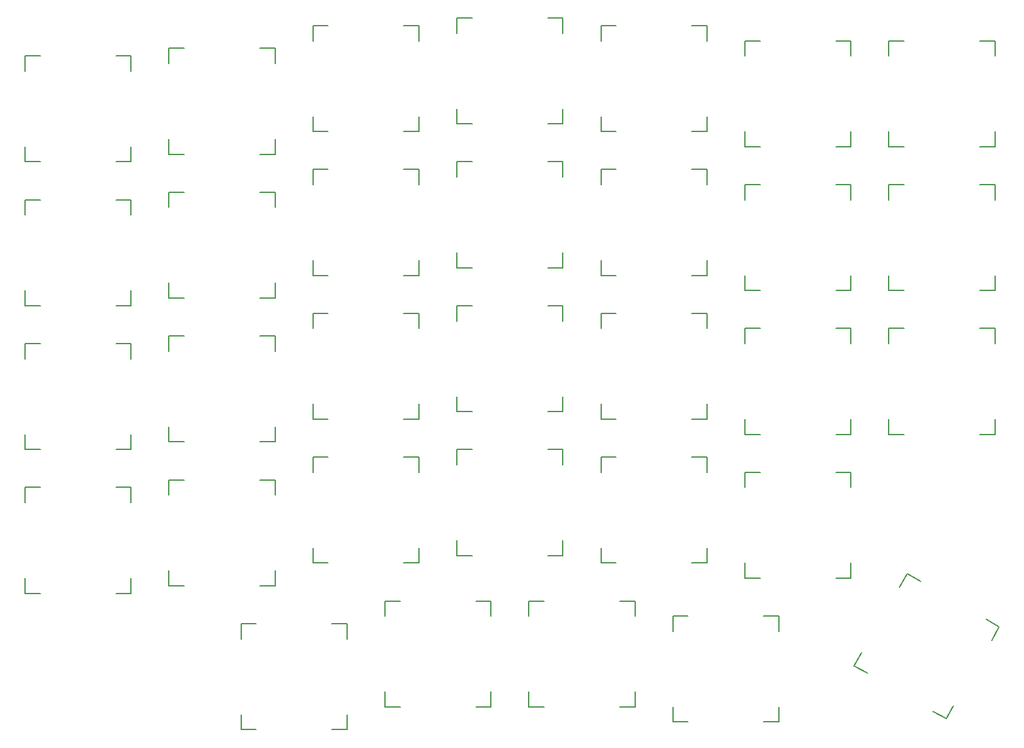
<source format=gbr>
%TF.GenerationSoftware,KiCad,Pcbnew,7.0.6*%
%TF.CreationDate,2023-08-12T15:46:35+09:00*%
%TF.ProjectId,ember,656d6265-722e-46b6-9963-61645f706362,rev?*%
%TF.SameCoordinates,Original*%
%TF.FileFunction,Legend,Top*%
%TF.FilePolarity,Positive*%
%FSLAX46Y46*%
G04 Gerber Fmt 4.6, Leading zero omitted, Abs format (unit mm)*
G04 Created by KiCad (PCBNEW 7.0.6) date 2023-08-12 15:46:35*
%MOMM*%
%LPD*%
G01*
G04 APERTURE LIST*
%ADD10C,0.150000*%
%ADD11C,0.300000*%
%ADD12C,1.750000*%
%ADD13C,3.500000*%
%ADD14C,1.000000*%
%ADD15C,0.650000*%
%ADD16O,1.000000X1.600000*%
%ADD17O,1.000000X2.100000*%
G04 APERTURE END LIST*
D10*
%TO.C,H29*%
X80500000Y-105000000D02*
X80500000Y-107000000D01*
X80500000Y-117000000D02*
X80500000Y-119000000D01*
X80500000Y-119000000D02*
X82500000Y-119000000D01*
X82500000Y-105000000D02*
X80500000Y-105000000D01*
X92500000Y-105000000D02*
X94500000Y-105000000D01*
X92500000Y-119000000D02*
X94500000Y-119000000D01*
X94500000Y-105000000D02*
X94500000Y-107000000D01*
X94500000Y-119000000D02*
X94500000Y-117000000D01*
%TO.C,H17*%
X71000000Y-67000000D02*
X71000000Y-69000000D01*
X71000000Y-79000000D02*
X71000000Y-81000000D01*
X71000000Y-81000000D02*
X73000000Y-81000000D01*
X73000000Y-67000000D02*
X71000000Y-67000000D01*
X83000000Y-67000000D02*
X85000000Y-67000000D01*
X83000000Y-81000000D02*
X85000000Y-81000000D01*
X85000000Y-67000000D02*
X85000000Y-69000000D01*
X85000000Y-81000000D02*
X85000000Y-79000000D01*
%TO.C,H3*%
X71000000Y-29000000D02*
X71000000Y-31000000D01*
X71000000Y-41000000D02*
X71000000Y-43000000D01*
X71000000Y-43000000D02*
X73000000Y-43000000D01*
X73000000Y-29000000D02*
X71000000Y-29000000D01*
X83000000Y-29000000D02*
X85000000Y-29000000D01*
X83000000Y-43000000D02*
X85000000Y-43000000D01*
X85000000Y-29000000D02*
X85000000Y-31000000D01*
X85000000Y-43000000D02*
X85000000Y-41000000D01*
%TO.C,H20*%
X128000000Y-69000000D02*
X128000000Y-71000000D01*
X128000000Y-81000000D02*
X128000000Y-83000000D01*
X128000000Y-83000000D02*
X130000000Y-83000000D01*
X130000000Y-69000000D02*
X128000000Y-69000000D01*
X140000000Y-69000000D02*
X142000000Y-69000000D01*
X140000000Y-83000000D02*
X142000000Y-83000000D01*
X142000000Y-69000000D02*
X142000000Y-71000000D01*
X142000000Y-83000000D02*
X142000000Y-81000000D01*
%TO.C,H2*%
X52000000Y-32000000D02*
X52000000Y-34000000D01*
X52000000Y-44000000D02*
X52000000Y-46000000D01*
X52000000Y-46000000D02*
X54000000Y-46000000D01*
X54000000Y-32000000D02*
X52000000Y-32000000D01*
X64000000Y-32000000D02*
X66000000Y-32000000D01*
X64000000Y-46000000D02*
X66000000Y-46000000D01*
X66000000Y-32000000D02*
X66000000Y-34000000D01*
X66000000Y-46000000D02*
X66000000Y-44000000D01*
%TO.C,H31*%
X118500000Y-107000000D02*
X118500000Y-109000000D01*
X118500000Y-119000000D02*
X118500000Y-121000000D01*
X118500000Y-121000000D02*
X120500000Y-121000000D01*
X120500000Y-107000000D02*
X118500000Y-107000000D01*
X130500000Y-107000000D02*
X132500000Y-107000000D01*
X130500000Y-121000000D02*
X132500000Y-121000000D01*
X132500000Y-107000000D02*
X132500000Y-109000000D01*
X132500000Y-121000000D02*
X132500000Y-119000000D01*
%TO.C,H11*%
X90000000Y-47000000D02*
X90000000Y-49000000D01*
X90000000Y-59000000D02*
X90000000Y-61000000D01*
X90000000Y-61000000D02*
X92000000Y-61000000D01*
X92000000Y-47000000D02*
X90000000Y-47000000D01*
X102000000Y-47000000D02*
X104000000Y-47000000D01*
X102000000Y-61000000D02*
X104000000Y-61000000D01*
X104000000Y-47000000D02*
X104000000Y-49000000D01*
X104000000Y-61000000D02*
X104000000Y-59000000D01*
%TO.C,H19*%
X109000000Y-67000000D02*
X109000000Y-69000000D01*
X109000000Y-79000000D02*
X109000000Y-81000000D01*
X109000000Y-81000000D02*
X111000000Y-81000000D01*
X111000000Y-67000000D02*
X109000000Y-67000000D01*
X121000000Y-67000000D02*
X123000000Y-67000000D01*
X121000000Y-81000000D02*
X123000000Y-81000000D01*
X123000000Y-67000000D02*
X123000000Y-69000000D01*
X123000000Y-81000000D02*
X123000000Y-79000000D01*
%TO.C,H9*%
X52000000Y-51000000D02*
X52000000Y-53000000D01*
X52000000Y-63000000D02*
X52000000Y-65000000D01*
X52000000Y-65000000D02*
X54000000Y-65000000D01*
X54000000Y-51000000D02*
X52000000Y-51000000D01*
X64000000Y-51000000D02*
X66000000Y-51000000D01*
X64000000Y-65000000D02*
X66000000Y-65000000D01*
X66000000Y-51000000D02*
X66000000Y-53000000D01*
X66000000Y-65000000D02*
X66000000Y-63000000D01*
%TO.C,H24*%
X71000000Y-86000000D02*
X71000000Y-88000000D01*
X71000000Y-98000000D02*
X71000000Y-100000000D01*
X71000000Y-100000000D02*
X73000000Y-100000000D01*
X73000000Y-86000000D02*
X71000000Y-86000000D01*
X83000000Y-86000000D02*
X85000000Y-86000000D01*
X83000000Y-100000000D02*
X85000000Y-100000000D01*
X85000000Y-86000000D02*
X85000000Y-88000000D01*
X85000000Y-100000000D02*
X85000000Y-98000000D01*
%TO.C,H21*%
X147000000Y-69000000D02*
X147000000Y-71000000D01*
X147000000Y-81000000D02*
X147000000Y-83000000D01*
X147000000Y-83000000D02*
X149000000Y-83000000D01*
X149000000Y-69000000D02*
X147000000Y-69000000D01*
X159000000Y-69000000D02*
X161000000Y-69000000D01*
X159000000Y-83000000D02*
X161000000Y-83000000D01*
X161000000Y-69000000D02*
X161000000Y-71000000D01*
X161000000Y-83000000D02*
X161000000Y-81000000D01*
%TO.C,H1*%
X33000000Y-33000000D02*
X33000000Y-35000000D01*
X33000000Y-45000000D02*
X33000000Y-47000000D01*
X33000000Y-47000000D02*
X35000000Y-47000000D01*
X35000000Y-33000000D02*
X33000000Y-33000000D01*
X45000000Y-33000000D02*
X47000000Y-33000000D01*
X45000000Y-47000000D02*
X47000000Y-47000000D01*
X47000000Y-33000000D02*
X47000000Y-35000000D01*
X47000000Y-47000000D02*
X47000000Y-45000000D01*
%TO.C,H23*%
X52000000Y-89000000D02*
X52000000Y-91000000D01*
X52000000Y-101000000D02*
X52000000Y-103000000D01*
X52000000Y-103000000D02*
X54000000Y-103000000D01*
X54000000Y-89000000D02*
X52000000Y-89000000D01*
X64000000Y-89000000D02*
X66000000Y-89000000D01*
X64000000Y-103000000D02*
X66000000Y-103000000D01*
X66000000Y-89000000D02*
X66000000Y-91000000D01*
X66000000Y-103000000D02*
X66000000Y-101000000D01*
%TO.C,H10*%
X71000000Y-48000000D02*
X71000000Y-50000000D01*
X71000000Y-60000000D02*
X71000000Y-62000000D01*
X71000000Y-62000000D02*
X73000000Y-62000000D01*
X73000000Y-48000000D02*
X71000000Y-48000000D01*
X83000000Y-48000000D02*
X85000000Y-48000000D01*
X83000000Y-62000000D02*
X85000000Y-62000000D01*
X85000000Y-48000000D02*
X85000000Y-50000000D01*
X85000000Y-62000000D02*
X85000000Y-60000000D01*
%TO.C,H14*%
X147000000Y-50000000D02*
X147000000Y-52000000D01*
X147000000Y-62000000D02*
X147000000Y-64000000D01*
X147000000Y-64000000D02*
X149000000Y-64000000D01*
X149000000Y-50000000D02*
X147000000Y-50000000D01*
X159000000Y-50000000D02*
X161000000Y-50000000D01*
X159000000Y-64000000D02*
X161000000Y-64000000D01*
X161000000Y-50000000D02*
X161000000Y-52000000D01*
X161000000Y-64000000D02*
X161000000Y-62000000D01*
%TO.C,H32*%
X149437822Y-101437822D02*
X148437822Y-103169873D01*
X143437822Y-111830127D02*
X142437822Y-113562178D01*
X142437822Y-113562178D02*
X144169873Y-114562178D01*
X151169873Y-102437822D02*
X149437822Y-101437822D01*
X159830127Y-107437822D02*
X161562178Y-108437822D01*
X152830127Y-119562178D02*
X154562178Y-120562178D01*
X161562178Y-108437822D02*
X160562178Y-110169873D01*
X154562178Y-120562178D02*
X155562178Y-118830127D01*
%TO.C,H5*%
X109000000Y-29000000D02*
X109000000Y-31000000D01*
X109000000Y-41000000D02*
X109000000Y-43000000D01*
X109000000Y-43000000D02*
X111000000Y-43000000D01*
X111000000Y-29000000D02*
X109000000Y-29000000D01*
X121000000Y-29000000D02*
X123000000Y-29000000D01*
X121000000Y-43000000D02*
X123000000Y-43000000D01*
X123000000Y-29000000D02*
X123000000Y-31000000D01*
X123000000Y-43000000D02*
X123000000Y-41000000D01*
%TO.C,H16*%
X52000000Y-70000000D02*
X52000000Y-72000000D01*
X52000000Y-82000000D02*
X52000000Y-84000000D01*
X52000000Y-84000000D02*
X54000000Y-84000000D01*
X54000000Y-70000000D02*
X52000000Y-70000000D01*
X64000000Y-70000000D02*
X66000000Y-70000000D01*
X64000000Y-84000000D02*
X66000000Y-84000000D01*
X66000000Y-70000000D02*
X66000000Y-72000000D01*
X66000000Y-84000000D02*
X66000000Y-82000000D01*
%TO.C,H7*%
X147000000Y-31000000D02*
X147000000Y-33000000D01*
X147000000Y-43000000D02*
X147000000Y-45000000D01*
X147000000Y-45000000D02*
X149000000Y-45000000D01*
X149000000Y-31000000D02*
X147000000Y-31000000D01*
X159000000Y-31000000D02*
X161000000Y-31000000D01*
X159000000Y-45000000D02*
X161000000Y-45000000D01*
X161000000Y-31000000D02*
X161000000Y-33000000D01*
X161000000Y-45000000D02*
X161000000Y-43000000D01*
%TO.C,H13*%
X128000000Y-50000000D02*
X128000000Y-52000000D01*
X128000000Y-62000000D02*
X128000000Y-64000000D01*
X128000000Y-64000000D02*
X130000000Y-64000000D01*
X130000000Y-50000000D02*
X128000000Y-50000000D01*
X140000000Y-50000000D02*
X142000000Y-50000000D01*
X140000000Y-64000000D02*
X142000000Y-64000000D01*
X142000000Y-50000000D02*
X142000000Y-52000000D01*
X142000000Y-64000000D02*
X142000000Y-62000000D01*
%TO.C,H30*%
X99500000Y-105000000D02*
X99500000Y-107000000D01*
X99500000Y-117000000D02*
X99500000Y-119000000D01*
X99500000Y-119000000D02*
X101500000Y-119000000D01*
X101500000Y-105000000D02*
X99500000Y-105000000D01*
X111500000Y-105000000D02*
X113500000Y-105000000D01*
X111500000Y-119000000D02*
X113500000Y-119000000D01*
X113500000Y-105000000D02*
X113500000Y-107000000D01*
X113500000Y-119000000D02*
X113500000Y-117000000D01*
%TO.C,H8*%
X33000000Y-52000000D02*
X33000000Y-54000000D01*
X33000000Y-64000000D02*
X33000000Y-66000000D01*
X33000000Y-66000000D02*
X35000000Y-66000000D01*
X35000000Y-52000000D02*
X33000000Y-52000000D01*
X45000000Y-52000000D02*
X47000000Y-52000000D01*
X45000000Y-66000000D02*
X47000000Y-66000000D01*
X47000000Y-52000000D02*
X47000000Y-54000000D01*
X47000000Y-66000000D02*
X47000000Y-64000000D01*
%TO.C,H15*%
X33000000Y-71000000D02*
X33000000Y-73000000D01*
X33000000Y-83000000D02*
X33000000Y-85000000D01*
X33000000Y-85000000D02*
X35000000Y-85000000D01*
X35000000Y-71000000D02*
X33000000Y-71000000D01*
X45000000Y-71000000D02*
X47000000Y-71000000D01*
X45000000Y-85000000D02*
X47000000Y-85000000D01*
X47000000Y-71000000D02*
X47000000Y-73000000D01*
X47000000Y-85000000D02*
X47000000Y-83000000D01*
%TO.C,H18*%
X90000000Y-66000000D02*
X90000000Y-68000000D01*
X90000000Y-78000000D02*
X90000000Y-80000000D01*
X90000000Y-80000000D02*
X92000000Y-80000000D01*
X92000000Y-66000000D02*
X90000000Y-66000000D01*
X102000000Y-66000000D02*
X104000000Y-66000000D01*
X102000000Y-80000000D02*
X104000000Y-80000000D01*
X104000000Y-66000000D02*
X104000000Y-68000000D01*
X104000000Y-80000000D02*
X104000000Y-78000000D01*
%TO.C,H25*%
X90000000Y-85000000D02*
X90000000Y-87000000D01*
X90000000Y-97000000D02*
X90000000Y-99000000D01*
X90000000Y-99000000D02*
X92000000Y-99000000D01*
X92000000Y-85000000D02*
X90000000Y-85000000D01*
X102000000Y-85000000D02*
X104000000Y-85000000D01*
X102000000Y-99000000D02*
X104000000Y-99000000D01*
X104000000Y-85000000D02*
X104000000Y-87000000D01*
X104000000Y-99000000D02*
X104000000Y-97000000D01*
%TO.C,H26*%
X109000000Y-86000000D02*
X109000000Y-88000000D01*
X109000000Y-98000000D02*
X109000000Y-100000000D01*
X109000000Y-100000000D02*
X111000000Y-100000000D01*
X111000000Y-86000000D02*
X109000000Y-86000000D01*
X121000000Y-86000000D02*
X123000000Y-86000000D01*
X121000000Y-100000000D02*
X123000000Y-100000000D01*
X123000000Y-86000000D02*
X123000000Y-88000000D01*
X123000000Y-100000000D02*
X123000000Y-98000000D01*
%TO.C,H12*%
X109000000Y-48000000D02*
X109000000Y-50000000D01*
X109000000Y-60000000D02*
X109000000Y-62000000D01*
X109000000Y-62000000D02*
X111000000Y-62000000D01*
X111000000Y-48000000D02*
X109000000Y-48000000D01*
X121000000Y-48000000D02*
X123000000Y-48000000D01*
X121000000Y-62000000D02*
X123000000Y-62000000D01*
X123000000Y-48000000D02*
X123000000Y-50000000D01*
X123000000Y-62000000D02*
X123000000Y-60000000D01*
%TO.C,H6*%
X128000000Y-31000000D02*
X128000000Y-33000000D01*
X128000000Y-43000000D02*
X128000000Y-45000000D01*
X128000000Y-45000000D02*
X130000000Y-45000000D01*
X130000000Y-31000000D02*
X128000000Y-31000000D01*
X140000000Y-31000000D02*
X142000000Y-31000000D01*
X140000000Y-45000000D02*
X142000000Y-45000000D01*
X142000000Y-31000000D02*
X142000000Y-33000000D01*
X142000000Y-45000000D02*
X142000000Y-43000000D01*
%TO.C,H27*%
X128000000Y-88000000D02*
X128000000Y-90000000D01*
X128000000Y-100000000D02*
X128000000Y-102000000D01*
X128000000Y-102000000D02*
X130000000Y-102000000D01*
X130000000Y-88000000D02*
X128000000Y-88000000D01*
X140000000Y-88000000D02*
X142000000Y-88000000D01*
X140000000Y-102000000D02*
X142000000Y-102000000D01*
X142000000Y-88000000D02*
X142000000Y-90000000D01*
X142000000Y-102000000D02*
X142000000Y-100000000D01*
%TO.C,H28*%
X61500000Y-108000000D02*
X61500000Y-110000000D01*
X61500000Y-120000000D02*
X61500000Y-122000000D01*
X61500000Y-122000000D02*
X63500000Y-122000000D01*
X63500000Y-108000000D02*
X61500000Y-108000000D01*
X73500000Y-108000000D02*
X75500000Y-108000000D01*
X73500000Y-122000000D02*
X75500000Y-122000000D01*
X75500000Y-108000000D02*
X75500000Y-110000000D01*
X75500000Y-122000000D02*
X75500000Y-120000000D01*
%TO.C,H4*%
X90000000Y-28000000D02*
X90000000Y-30000000D01*
X90000000Y-40000000D02*
X90000000Y-42000000D01*
X90000000Y-42000000D02*
X92000000Y-42000000D01*
X92000000Y-28000000D02*
X90000000Y-28000000D01*
X102000000Y-28000000D02*
X104000000Y-28000000D01*
X102000000Y-42000000D02*
X104000000Y-42000000D01*
X104000000Y-28000000D02*
X104000000Y-30000000D01*
X104000000Y-42000000D02*
X104000000Y-40000000D01*
%TO.C,H22*%
X33000000Y-90000000D02*
X33000000Y-92000000D01*
X33000000Y-102000000D02*
X33000000Y-104000000D01*
X33000000Y-104000000D02*
X35000000Y-104000000D01*
X35000000Y-90000000D02*
X33000000Y-90000000D01*
X45000000Y-90000000D02*
X47000000Y-90000000D01*
X45000000Y-104000000D02*
X47000000Y-104000000D01*
X47000000Y-90000000D02*
X47000000Y-92000000D01*
X47000000Y-104000000D02*
X47000000Y-102000000D01*
%TD*%
%LPC*%
D11*
X32054510Y-124100114D02*
X32554510Y-124100114D01*
X32768796Y-124885828D02*
X32054510Y-124885828D01*
X32054510Y-124885828D02*
X32054510Y-123385828D01*
X32054510Y-123385828D02*
X32768796Y-123385828D01*
X33411653Y-124885828D02*
X33411653Y-123885828D01*
X33411653Y-124028685D02*
X33483082Y-123957257D01*
X33483082Y-123957257D02*
X33625939Y-123885828D01*
X33625939Y-123885828D02*
X33840225Y-123885828D01*
X33840225Y-123885828D02*
X33983082Y-123957257D01*
X33983082Y-123957257D02*
X34054511Y-124100114D01*
X34054511Y-124100114D02*
X34054511Y-124885828D01*
X34054511Y-124100114D02*
X34125939Y-123957257D01*
X34125939Y-123957257D02*
X34268796Y-123885828D01*
X34268796Y-123885828D02*
X34483082Y-123885828D01*
X34483082Y-123885828D02*
X34625939Y-123957257D01*
X34625939Y-123957257D02*
X34697368Y-124100114D01*
X34697368Y-124100114D02*
X34697368Y-124885828D01*
X35411653Y-124885828D02*
X35411653Y-123385828D01*
X35411653Y-123957257D02*
X35554511Y-123885828D01*
X35554511Y-123885828D02*
X35840225Y-123885828D01*
X35840225Y-123885828D02*
X35983082Y-123957257D01*
X35983082Y-123957257D02*
X36054511Y-124028685D01*
X36054511Y-124028685D02*
X36125939Y-124171542D01*
X36125939Y-124171542D02*
X36125939Y-124600114D01*
X36125939Y-124600114D02*
X36054511Y-124742971D01*
X36054511Y-124742971D02*
X35983082Y-124814400D01*
X35983082Y-124814400D02*
X35840225Y-124885828D01*
X35840225Y-124885828D02*
X35554511Y-124885828D01*
X35554511Y-124885828D02*
X35411653Y-124814400D01*
X37340225Y-124814400D02*
X37197368Y-124885828D01*
X37197368Y-124885828D02*
X36911654Y-124885828D01*
X36911654Y-124885828D02*
X36768796Y-124814400D01*
X36768796Y-124814400D02*
X36697368Y-124671542D01*
X36697368Y-124671542D02*
X36697368Y-124100114D01*
X36697368Y-124100114D02*
X36768796Y-123957257D01*
X36768796Y-123957257D02*
X36911654Y-123885828D01*
X36911654Y-123885828D02*
X37197368Y-123885828D01*
X37197368Y-123885828D02*
X37340225Y-123957257D01*
X37340225Y-123957257D02*
X37411654Y-124100114D01*
X37411654Y-124100114D02*
X37411654Y-124242971D01*
X37411654Y-124242971D02*
X36697368Y-124385828D01*
X38054510Y-124885828D02*
X38054510Y-123885828D01*
X38054510Y-124171542D02*
X38125939Y-124028685D01*
X38125939Y-124028685D02*
X38197368Y-123957257D01*
X38197368Y-123957257D02*
X38340225Y-123885828D01*
X38340225Y-123885828D02*
X38483082Y-123885828D01*
X39983081Y-123885828D02*
X40340224Y-124885828D01*
X40340224Y-124885828D02*
X40697367Y-123885828D01*
X41840224Y-124814400D02*
X41697367Y-124885828D01*
X41697367Y-124885828D02*
X41411653Y-124885828D01*
X41411653Y-124885828D02*
X41268795Y-124814400D01*
X41268795Y-124814400D02*
X41197367Y-124671542D01*
X41197367Y-124671542D02*
X41197367Y-124100114D01*
X41197367Y-124100114D02*
X41268795Y-123957257D01*
X41268795Y-123957257D02*
X41411653Y-123885828D01*
X41411653Y-123885828D02*
X41697367Y-123885828D01*
X41697367Y-123885828D02*
X41840224Y-123957257D01*
X41840224Y-123957257D02*
X41911653Y-124100114D01*
X41911653Y-124100114D02*
X41911653Y-124242971D01*
X41911653Y-124242971D02*
X41197367Y-124385828D01*
X42554509Y-124885828D02*
X42554509Y-123885828D01*
X42554509Y-124171542D02*
X42625938Y-124028685D01*
X42625938Y-124028685D02*
X42697367Y-123957257D01*
X42697367Y-123957257D02*
X42840224Y-123885828D01*
X42840224Y-123885828D02*
X42983081Y-123885828D01*
X44268795Y-124885828D02*
X43411652Y-124885828D01*
X43840223Y-124885828D02*
X43840223Y-123385828D01*
X43840223Y-123385828D02*
X43697366Y-123600114D01*
X43697366Y-123600114D02*
X43554509Y-123742971D01*
X43554509Y-123742971D02*
X43411652Y-123814400D01*
X32697368Y-127300828D02*
X32697368Y-125800828D01*
X32697368Y-127229400D02*
X32554510Y-127300828D01*
X32554510Y-127300828D02*
X32268796Y-127300828D01*
X32268796Y-127300828D02*
X32125939Y-127229400D01*
X32125939Y-127229400D02*
X32054510Y-127157971D01*
X32054510Y-127157971D02*
X31983082Y-127015114D01*
X31983082Y-127015114D02*
X31983082Y-126586542D01*
X31983082Y-126586542D02*
X32054510Y-126443685D01*
X32054510Y-126443685D02*
X32125939Y-126372257D01*
X32125939Y-126372257D02*
X32268796Y-126300828D01*
X32268796Y-126300828D02*
X32554510Y-126300828D01*
X32554510Y-126300828D02*
X32697368Y-126372257D01*
X33983082Y-127229400D02*
X33840225Y-127300828D01*
X33840225Y-127300828D02*
X33554511Y-127300828D01*
X33554511Y-127300828D02*
X33411653Y-127229400D01*
X33411653Y-127229400D02*
X33340225Y-127086542D01*
X33340225Y-127086542D02*
X33340225Y-126515114D01*
X33340225Y-126515114D02*
X33411653Y-126372257D01*
X33411653Y-126372257D02*
X33554511Y-126300828D01*
X33554511Y-126300828D02*
X33840225Y-126300828D01*
X33840225Y-126300828D02*
X33983082Y-126372257D01*
X33983082Y-126372257D02*
X34054511Y-126515114D01*
X34054511Y-126515114D02*
X34054511Y-126657971D01*
X34054511Y-126657971D02*
X33340225Y-126800828D01*
X34625939Y-127229400D02*
X34768796Y-127300828D01*
X34768796Y-127300828D02*
X35054510Y-127300828D01*
X35054510Y-127300828D02*
X35197367Y-127229400D01*
X35197367Y-127229400D02*
X35268796Y-127086542D01*
X35268796Y-127086542D02*
X35268796Y-127015114D01*
X35268796Y-127015114D02*
X35197367Y-126872257D01*
X35197367Y-126872257D02*
X35054510Y-126800828D01*
X35054510Y-126800828D02*
X34840225Y-126800828D01*
X34840225Y-126800828D02*
X34697367Y-126729400D01*
X34697367Y-126729400D02*
X34625939Y-126586542D01*
X34625939Y-126586542D02*
X34625939Y-126515114D01*
X34625939Y-126515114D02*
X34697367Y-126372257D01*
X34697367Y-126372257D02*
X34840225Y-126300828D01*
X34840225Y-126300828D02*
X35054510Y-126300828D01*
X35054510Y-126300828D02*
X35197367Y-126372257D01*
X35911653Y-127300828D02*
X35911653Y-126300828D01*
X35911653Y-125800828D02*
X35840225Y-125872257D01*
X35840225Y-125872257D02*
X35911653Y-125943685D01*
X35911653Y-125943685D02*
X35983082Y-125872257D01*
X35983082Y-125872257D02*
X35911653Y-125800828D01*
X35911653Y-125800828D02*
X35911653Y-125943685D01*
X37268797Y-126300828D02*
X37268797Y-127515114D01*
X37268797Y-127515114D02*
X37197368Y-127657971D01*
X37197368Y-127657971D02*
X37125939Y-127729400D01*
X37125939Y-127729400D02*
X36983082Y-127800828D01*
X36983082Y-127800828D02*
X36768797Y-127800828D01*
X36768797Y-127800828D02*
X36625939Y-127729400D01*
X37268797Y-127229400D02*
X37125939Y-127300828D01*
X37125939Y-127300828D02*
X36840225Y-127300828D01*
X36840225Y-127300828D02*
X36697368Y-127229400D01*
X36697368Y-127229400D02*
X36625939Y-127157971D01*
X36625939Y-127157971D02*
X36554511Y-127015114D01*
X36554511Y-127015114D02*
X36554511Y-126586542D01*
X36554511Y-126586542D02*
X36625939Y-126443685D01*
X36625939Y-126443685D02*
X36697368Y-126372257D01*
X36697368Y-126372257D02*
X36840225Y-126300828D01*
X36840225Y-126300828D02*
X37125939Y-126300828D01*
X37125939Y-126300828D02*
X37268797Y-126372257D01*
X37983082Y-126300828D02*
X37983082Y-127300828D01*
X37983082Y-126443685D02*
X38054511Y-126372257D01*
X38054511Y-126372257D02*
X38197368Y-126300828D01*
X38197368Y-126300828D02*
X38411654Y-126300828D01*
X38411654Y-126300828D02*
X38554511Y-126372257D01*
X38554511Y-126372257D02*
X38625940Y-126515114D01*
X38625940Y-126515114D02*
X38625940Y-127300828D01*
X39911654Y-127229400D02*
X39768797Y-127300828D01*
X39768797Y-127300828D02*
X39483083Y-127300828D01*
X39483083Y-127300828D02*
X39340225Y-127229400D01*
X39340225Y-127229400D02*
X39268797Y-127086542D01*
X39268797Y-127086542D02*
X39268797Y-126515114D01*
X39268797Y-126515114D02*
X39340225Y-126372257D01*
X39340225Y-126372257D02*
X39483083Y-126300828D01*
X39483083Y-126300828D02*
X39768797Y-126300828D01*
X39768797Y-126300828D02*
X39911654Y-126372257D01*
X39911654Y-126372257D02*
X39983083Y-126515114D01*
X39983083Y-126515114D02*
X39983083Y-126657971D01*
X39983083Y-126657971D02*
X39268797Y-126800828D01*
X41268797Y-127300828D02*
X41268797Y-125800828D01*
X41268797Y-127229400D02*
X41125939Y-127300828D01*
X41125939Y-127300828D02*
X40840225Y-127300828D01*
X40840225Y-127300828D02*
X40697368Y-127229400D01*
X40697368Y-127229400D02*
X40625939Y-127157971D01*
X40625939Y-127157971D02*
X40554511Y-127015114D01*
X40554511Y-127015114D02*
X40554511Y-126586542D01*
X40554511Y-126586542D02*
X40625939Y-126443685D01*
X40625939Y-126443685D02*
X40697368Y-126372257D01*
X40697368Y-126372257D02*
X40840225Y-126300828D01*
X40840225Y-126300828D02*
X41125939Y-126300828D01*
X41125939Y-126300828D02*
X41268797Y-126372257D01*
X43125939Y-127300828D02*
X43125939Y-125800828D01*
X43125939Y-126372257D02*
X43268797Y-126300828D01*
X43268797Y-126300828D02*
X43554511Y-126300828D01*
X43554511Y-126300828D02*
X43697368Y-126372257D01*
X43697368Y-126372257D02*
X43768797Y-126443685D01*
X43768797Y-126443685D02*
X43840225Y-126586542D01*
X43840225Y-126586542D02*
X43840225Y-127015114D01*
X43840225Y-127015114D02*
X43768797Y-127157971D01*
X43768797Y-127157971D02*
X43697368Y-127229400D01*
X43697368Y-127229400D02*
X43554511Y-127300828D01*
X43554511Y-127300828D02*
X43268797Y-127300828D01*
X43268797Y-127300828D02*
X43125939Y-127229400D01*
X44340225Y-126300828D02*
X44697368Y-127300828D01*
X45054511Y-126300828D02*
X44697368Y-127300828D01*
X44697368Y-127300828D02*
X44554511Y-127657971D01*
X44554511Y-127657971D02*
X44483082Y-127729400D01*
X44483082Y-127729400D02*
X44340225Y-127800828D01*
X47697368Y-126586542D02*
X47625939Y-126515114D01*
X47625939Y-126515114D02*
X47483082Y-126443685D01*
X47483082Y-126443685D02*
X47340225Y-126443685D01*
X47340225Y-126443685D02*
X47197368Y-126515114D01*
X47197368Y-126515114D02*
X47125939Y-126586542D01*
X47125939Y-126586542D02*
X47054511Y-126729400D01*
X47054511Y-126729400D02*
X47054511Y-126872257D01*
X47054511Y-126872257D02*
X47125939Y-127015114D01*
X47125939Y-127015114D02*
X47197368Y-127086542D01*
X47197368Y-127086542D02*
X47340225Y-127157971D01*
X47340225Y-127157971D02*
X47483082Y-127157971D01*
X47483082Y-127157971D02*
X47625939Y-127086542D01*
X47625939Y-127086542D02*
X47697368Y-127015114D01*
X47697368Y-126443685D02*
X47697368Y-127015114D01*
X47697368Y-127015114D02*
X47768796Y-127086542D01*
X47768796Y-127086542D02*
X47840225Y-127086542D01*
X47840225Y-127086542D02*
X47983082Y-127015114D01*
X47983082Y-127015114D02*
X48054511Y-126872257D01*
X48054511Y-126872257D02*
X48054511Y-126515114D01*
X48054511Y-126515114D02*
X47911654Y-126300828D01*
X47911654Y-126300828D02*
X47697368Y-126157971D01*
X47697368Y-126157971D02*
X47411654Y-126086542D01*
X47411654Y-126086542D02*
X47125939Y-126157971D01*
X47125939Y-126157971D02*
X46911654Y-126300828D01*
X46911654Y-126300828D02*
X46768796Y-126515114D01*
X46768796Y-126515114D02*
X46697368Y-126800828D01*
X46697368Y-126800828D02*
X46768796Y-127086542D01*
X46768796Y-127086542D02*
X46911654Y-127300828D01*
X46911654Y-127300828D02*
X47125939Y-127443685D01*
X47125939Y-127443685D02*
X47411654Y-127515114D01*
X47411654Y-127515114D02*
X47697368Y-127443685D01*
X47697368Y-127443685D02*
X47911654Y-127300828D01*
X48697367Y-127300828D02*
X48697367Y-125800828D01*
X48840225Y-126729400D02*
X49268796Y-127300828D01*
X49268796Y-126300828D02*
X48697367Y-126872257D01*
X50483082Y-127229400D02*
X50340225Y-127300828D01*
X50340225Y-127300828D02*
X50054511Y-127300828D01*
X50054511Y-127300828D02*
X49911653Y-127229400D01*
X49911653Y-127229400D02*
X49840225Y-127086542D01*
X49840225Y-127086542D02*
X49840225Y-126515114D01*
X49840225Y-126515114D02*
X49911653Y-126372257D01*
X49911653Y-126372257D02*
X50054511Y-126300828D01*
X50054511Y-126300828D02*
X50340225Y-126300828D01*
X50340225Y-126300828D02*
X50483082Y-126372257D01*
X50483082Y-126372257D02*
X50554511Y-126515114D01*
X50554511Y-126515114D02*
X50554511Y-126657971D01*
X50554511Y-126657971D02*
X49840225Y-126800828D01*
X51197367Y-126300828D02*
X51197367Y-127300828D01*
X51197367Y-126443685D02*
X51268796Y-126372257D01*
X51268796Y-126372257D02*
X51411653Y-126300828D01*
X51411653Y-126300828D02*
X51625939Y-126300828D01*
X51625939Y-126300828D02*
X51768796Y-126372257D01*
X51768796Y-126372257D02*
X51840225Y-126515114D01*
X51840225Y-126515114D02*
X51840225Y-127300828D01*
X52411653Y-126300828D02*
X52768796Y-127300828D01*
X53125939Y-126300828D02*
X52768796Y-127300828D01*
X52768796Y-127300828D02*
X52625939Y-127657971D01*
X52625939Y-127657971D02*
X52554510Y-127729400D01*
X52554510Y-127729400D02*
X52411653Y-127800828D01*
X53911653Y-127300828D02*
X53768796Y-127229400D01*
X53768796Y-127229400D02*
X53697367Y-127157971D01*
X53697367Y-127157971D02*
X53625939Y-127015114D01*
X53625939Y-127015114D02*
X53625939Y-126586542D01*
X53625939Y-126586542D02*
X53697367Y-126443685D01*
X53697367Y-126443685D02*
X53768796Y-126372257D01*
X53768796Y-126372257D02*
X53911653Y-126300828D01*
X53911653Y-126300828D02*
X54125939Y-126300828D01*
X54125939Y-126300828D02*
X54268796Y-126372257D01*
X54268796Y-126372257D02*
X54340225Y-126443685D01*
X54340225Y-126443685D02*
X54411653Y-126586542D01*
X54411653Y-126586542D02*
X54411653Y-127015114D01*
X54411653Y-127015114D02*
X54340225Y-127157971D01*
X54340225Y-127157971D02*
X54268796Y-127229400D01*
X54268796Y-127229400D02*
X54125939Y-127300828D01*
X54125939Y-127300828D02*
X53911653Y-127300828D01*
X54983082Y-127229400D02*
X55125939Y-127300828D01*
X55125939Y-127300828D02*
X55411653Y-127300828D01*
X55411653Y-127300828D02*
X55554510Y-127229400D01*
X55554510Y-127229400D02*
X55625939Y-127086542D01*
X55625939Y-127086542D02*
X55625939Y-127015114D01*
X55625939Y-127015114D02*
X55554510Y-126872257D01*
X55554510Y-126872257D02*
X55411653Y-126800828D01*
X55411653Y-126800828D02*
X55197368Y-126800828D01*
X55197368Y-126800828D02*
X55054510Y-126729400D01*
X55054510Y-126729400D02*
X54983082Y-126586542D01*
X54983082Y-126586542D02*
X54983082Y-126515114D01*
X54983082Y-126515114D02*
X55054510Y-126372257D01*
X55054510Y-126372257D02*
X55197368Y-126300828D01*
X55197368Y-126300828D02*
X55411653Y-126300828D01*
X55411653Y-126300828D02*
X55554510Y-126372257D01*
X56268796Y-127300828D02*
X56268796Y-125800828D01*
X56911654Y-127300828D02*
X56911654Y-126515114D01*
X56911654Y-126515114D02*
X56840225Y-126372257D01*
X56840225Y-126372257D02*
X56697368Y-126300828D01*
X56697368Y-126300828D02*
X56483082Y-126300828D01*
X56483082Y-126300828D02*
X56340225Y-126372257D01*
X56340225Y-126372257D02*
X56268796Y-126443685D01*
X57625939Y-127300828D02*
X57625939Y-126300828D01*
X57625939Y-125800828D02*
X57554511Y-125872257D01*
X57554511Y-125872257D02*
X57625939Y-125943685D01*
X57625939Y-125943685D02*
X57697368Y-125872257D01*
X57697368Y-125872257D02*
X57625939Y-125800828D01*
X57625939Y-125800828D02*
X57625939Y-125943685D01*
X58197368Y-126300828D02*
X58983083Y-126300828D01*
X58983083Y-126300828D02*
X58197368Y-127300828D01*
X58197368Y-127300828D02*
X58983083Y-127300828D01*
X59768797Y-127300828D02*
X59625940Y-127229400D01*
X59625940Y-127229400D02*
X59554511Y-127157971D01*
X59554511Y-127157971D02*
X59483083Y-127015114D01*
X59483083Y-127015114D02*
X59483083Y-126586542D01*
X59483083Y-126586542D02*
X59554511Y-126443685D01*
X59554511Y-126443685D02*
X59625940Y-126372257D01*
X59625940Y-126372257D02*
X59768797Y-126300828D01*
X59768797Y-126300828D02*
X59983083Y-126300828D01*
X59983083Y-126300828D02*
X60125940Y-126372257D01*
X60125940Y-126372257D02*
X60197369Y-126443685D01*
X60197369Y-126443685D02*
X60268797Y-126586542D01*
X60268797Y-126586542D02*
X60268797Y-127015114D01*
X60268797Y-127015114D02*
X60197369Y-127157971D01*
X60197369Y-127157971D02*
X60125940Y-127229400D01*
X60125940Y-127229400D02*
X59983083Y-127300828D01*
X59983083Y-127300828D02*
X59768797Y-127300828D01*
X61483083Y-127229400D02*
X61340226Y-127300828D01*
X61340226Y-127300828D02*
X61054512Y-127300828D01*
X61054512Y-127300828D02*
X60911654Y-127229400D01*
X60911654Y-127229400D02*
X60840226Y-127086542D01*
X60840226Y-127086542D02*
X60840226Y-126515114D01*
X60840226Y-126515114D02*
X60911654Y-126372257D01*
X60911654Y-126372257D02*
X61054512Y-126300828D01*
X61054512Y-126300828D02*
X61340226Y-126300828D01*
X61340226Y-126300828D02*
X61483083Y-126372257D01*
X61483083Y-126372257D02*
X61554512Y-126515114D01*
X61554512Y-126515114D02*
X61554512Y-126657971D01*
X61554512Y-126657971D02*
X60840226Y-126800828D01*
D12*
%TO.C,H29*%
X82420000Y-112000000D03*
X92580000Y-112000000D03*
%TD*%
%TO.C,H17*%
X72920000Y-74000000D03*
X83080000Y-74000000D03*
%TD*%
D13*
%TO.C,H34*%
X49500000Y-87500000D03*
%TD*%
D12*
%TO.C,H3*%
X72920000Y-36000000D03*
X83080000Y-36000000D03*
%TD*%
%TO.C,H20*%
X129920000Y-76000000D03*
X140080000Y-76000000D03*
%TD*%
%TO.C,H2*%
X53920000Y-39000000D03*
X64080000Y-39000000D03*
%TD*%
%TO.C,H31*%
X120420000Y-114000000D03*
X130580000Y-114000000D03*
%TD*%
%TO.C,H11*%
X91920000Y-54000000D03*
X102080000Y-54000000D03*
%TD*%
%TO.C,H19*%
X110920000Y-74000000D03*
X121080000Y-74000000D03*
%TD*%
%TO.C,H9*%
X53920000Y-58000000D03*
X64080000Y-58000000D03*
%TD*%
%TO.C,H24*%
X72920000Y-93000000D03*
X83080000Y-93000000D03*
%TD*%
%TO.C,H21*%
X148920000Y-76000000D03*
X159080000Y-76000000D03*
%TD*%
%TO.C,H1*%
X34920000Y-40000000D03*
X45080000Y-40000000D03*
%TD*%
%TO.C,H23*%
X53920000Y-96000000D03*
X64080000Y-96000000D03*
%TD*%
%TO.C,H10*%
X72920000Y-55000000D03*
X83080000Y-55000000D03*
%TD*%
D13*
%TO.C,H33*%
X49500000Y-49500000D03*
%TD*%
D12*
%TO.C,H14*%
X148920000Y-57000000D03*
X159080000Y-57000000D03*
%TD*%
D13*
%TO.C,H37*%
X144500000Y-47500000D03*
%TD*%
D12*
%TO.C,H32*%
X147600591Y-108460000D03*
X156399409Y-113540000D03*
%TD*%
%TO.C,H5*%
X110920000Y-36000000D03*
X121080000Y-36000000D03*
%TD*%
%TO.C,H16*%
X53920000Y-77000000D03*
X64080000Y-77000000D03*
%TD*%
%TO.C,H7*%
X148920000Y-38000000D03*
X159080000Y-38000000D03*
%TD*%
%TO.C,H13*%
X129920000Y-57000000D03*
X140080000Y-57000000D03*
%TD*%
D13*
%TO.C,H36*%
X144500000Y-104500000D03*
%TD*%
D12*
%TO.C,H30*%
X101420000Y-112000000D03*
X111580000Y-112000000D03*
%TD*%
%TO.C,H8*%
X34920000Y-59000000D03*
X45080000Y-59000000D03*
%TD*%
%TO.C,H15*%
X34920000Y-78000000D03*
X45080000Y-78000000D03*
%TD*%
%TO.C,H18*%
X91920000Y-73000000D03*
X102080000Y-73000000D03*
%TD*%
%TO.C,H25*%
X91920000Y-92000000D03*
X102080000Y-92000000D03*
%TD*%
D13*
%TO.C,H35*%
X97000000Y-101500000D03*
%TD*%
D12*
%TO.C,H26*%
X110920000Y-93000000D03*
X121080000Y-93000000D03*
%TD*%
%TO.C,H12*%
X110920000Y-55000000D03*
X121080000Y-55000000D03*
%TD*%
%TO.C,H6*%
X129920000Y-38000000D03*
X140080000Y-38000000D03*
%TD*%
%TO.C,H27*%
X129920000Y-95000000D03*
X140080000Y-95000000D03*
%TD*%
%TO.C,H28*%
X63420000Y-115000000D03*
X73580000Y-115000000D03*
%TD*%
D13*
%TO.C,H38*%
X97000000Y-44500000D03*
%TD*%
D12*
%TO.C,H4*%
X91920000Y-35000000D03*
X102080000Y-35000000D03*
%TD*%
%TO.C,H22*%
X34920000Y-97000000D03*
X45080000Y-97000000D03*
%TD*%
D14*
%TO.C,TP1*%
X142500000Y-59500000D03*
%TD*%
%TO.C,TP3*%
X142500000Y-55500000D03*
%TD*%
%TO.C,TP4*%
X142500000Y-53500000D03*
%TD*%
D15*
%TO.C,J2*%
X151110000Y-27105000D03*
X156890000Y-27105000D03*
D16*
X149680000Y-23425000D03*
D17*
X149680000Y-27605000D03*
D16*
X158320000Y-23425000D03*
D17*
X158320000Y-27605000D03*
%TD*%
D14*
%TO.C,TP2*%
X142500000Y-57500000D03*
%TD*%
%LPD*%
M02*

</source>
